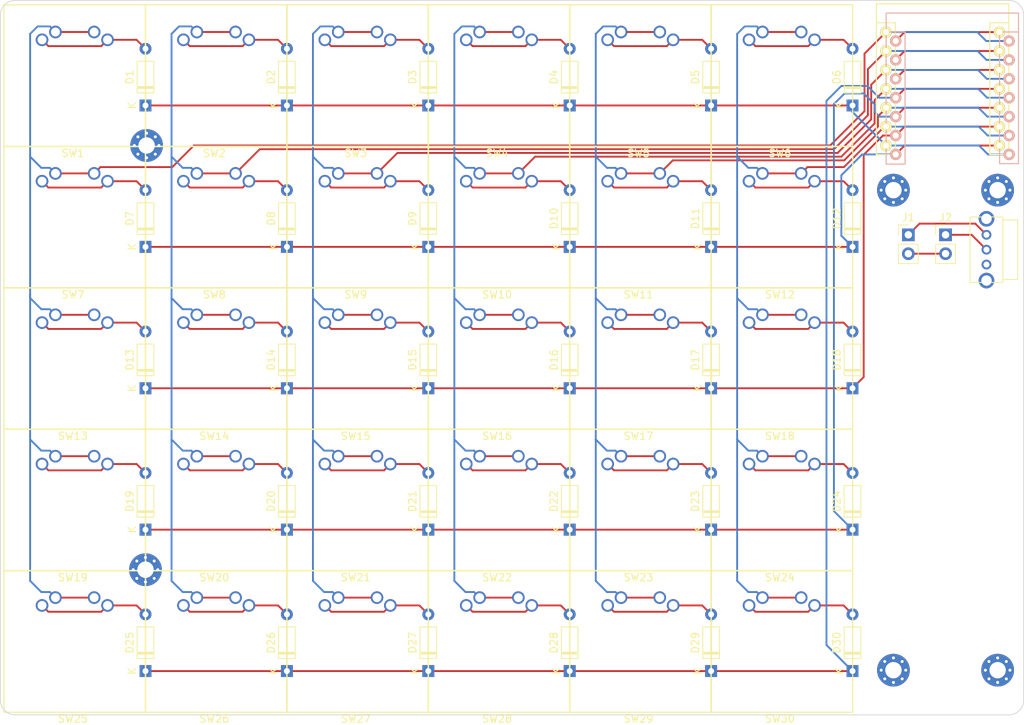
<source format=kicad_pcb>
(kicad_pcb (version 20221018) (generator pcbnew)
  (layers (0 "F.Cu" signal) (31 "B.Cu" signal) (34 "B.Paste" user) (35 "F.Paste" user) (36 "B.SilkS" user "B.Silkscreen") (37 "F.SilkS" user "F.Silkscreen") (38 "B.Mask" user) (39 "F.Mask" user) (44 "Edge.Cuts" user))
  (net 0 "")
  (net 1 "unconnected-(U1-5V-Pad14)")
  (net 2 "Net-(D1-A)")
  (net 3 "COL1")
  (net 4 "COL2")
  (net 5 "COL3")
  (net 6 "COL4")
  (net 7 "COL5")
  (net 8 "COL6")
  (net 9 "ROW1")
  (net 10 "Net-(D2-A)")
  (net 11 "Net-(D3-A)")
  (net 12 "Net-(D4-A)")
  (net 13 "Net-(D5-A)")
  (net 14 "Net-(D6-A)")
  (net 15 "ROW2")
  (net 16 "Net-(D7-A)")
  (net 17 "Net-(D8-A)")
  (net 18 "Net-(D9-A)")
  (net 19 "Net-(D10-A)")
  (net 20 "Net-(D11-A)")
  (net 21 "Net-(D12-A)")
  (net 22 "ROW3")
  (net 23 "Net-(D13-A)")
  (net 24 "Net-(D14-A)")
  (net 25 "Net-(D15-A)")
  (net 26 "Net-(D16-A)")
  (net 27 "Net-(D17-A)")
  (net 28 "Net-(D18-A)")
  (net 29 "ROW4")
  (net 30 "Net-(D19-A)")
  (net 31 "Net-(D20-A)")
  (net 32 "Net-(D21-A)")
  (net 33 "Net-(D22-A)")
  (net 34 "Net-(D23-A)")
  (net 35 "Net-(D24-A)")
  (net 36 "ROW5")
  (net 37 "Net-(D25-A)")
  (net 38 "Net-(D26-A)")
  (net 39 "Net-(D27-A)")
  (net 40 "Net-(D28-A)")
  (net 41 "Net-(D29-A)")
  (net 42 "Net-(D30-A)")
  (net 43 "CHGR+")
  (net 44 "BATT-")
  (net 45 "BATT+")
  (net 46 "VCC")
  (net 47 "GND")
  (footprint "xiao_256:Mount_M2" (layer "F.Cu") (at 154 45.5)
    (fp_text reference "H5" hide)
    (fp_text value "Hole_Pad" hide)
  )
  (footprint "xiao_256:SW_Gateron_LO_PRO_1.00u_NO_LED_REVERSABLE_PCB" (layer "F.Cu") (at 30 87 180)
    (fp_text reference "SW19")
    (fp_text value "GateronLP")
  )
  (footprint "xiao_256:SW_Gateron_LO_PRO_1.00u_NO_LED_REVERSABLE_PCB" (layer "F.Cu") (at 125 87 180)
    (fp_text reference "SW24")
    (fp_text value "GateronLP")
  )
  (footprint "Diode_THT:D_DO-35_SOD27_P7.62mm_Horizontal" (layer "F.Cu") (at 115.5 34.12 90)
    (fp_text reference "D5")
    (fp_text value "D")
  )
  (footprint "xiao_256:SK12D07VG4" (layer "F.Cu") (at 152.5 53.5 90)
    (fp_text reference "U2" hide)
    (fp_text value "SK12D07VG4" hide)
  )
  (footprint "xiao_256:SW_Gateron_LO_PRO_1.00u_NO_LED_REVERSABLE_PCB" (layer "F.Cu") (at 49 87 180)
    (fp_text reference "SW20")
    (fp_text value "GateronLP")
  )
  (footprint "Diode_THT:D_DO-35_SOD27_P7.62mm_Horizontal" (layer "F.Cu") (at 39.5 34.12 90)
    (fp_text reference "D1")
    (fp_text value "D")
  )
  (footprint "Diode_THT:D_DO-35_SOD27_P7.62mm_Horizontal" (layer "F.Cu") (at 96.5 53.12 90)
    (fp_text reference "D10")
    (fp_text value "D")
  )
  (footprint "xiao_256:Mount_M2" (layer "F.Cu") (at 140 110)
    (fp_text reference "H4" hide)
    (fp_text value "Hole_Pad" hide)
  )
  (footprint "Diode_THT:D_DO-35_SOD27_P7.62mm_Horizontal" (layer "F.Cu") (at 134.5 34.12 90)
    (fp_text reference "D6")
    (fp_text value "D")
  )
  (footprint "Diode_THT:D_DO-35_SOD27_P7.62mm_Horizontal" (layer "F.Cu") (at 58.5 53.12 90)
    (fp_text reference "D8")
    (fp_text value "D")
  )
  (footprint "Diode_THT:D_DO-35_SOD27_P7.62mm_Horizontal" (layer "F.Cu") (at 39.5 110.12 90)
    (fp_text reference "D25")
    (fp_text value "D")
  )
  (footprint "Diode_THT:D_DO-35_SOD27_P7.62mm_Horizontal" (layer "F.Cu") (at 39.5 91.12 90)
    (fp_text reference "D19")
    (fp_text value "D")
  )
  (footprint "xiao_256:SW_Gateron_LO_PRO_1.00u_NO_LED_REVERSABLE_PCB" (layer "F.Cu") (at 106 30 180)
    (fp_text reference "SW5")
    (fp_text value "GateronLP")
  )
  (footprint "Diode_THT:D_DO-35_SOD27_P7.62mm_Horizontal" (layer "F.Cu") (at 115.5 110.12 90)
    (fp_text reference "D29")
    (fp_text value "D")
  )
  (footprint "Diode_THT:D_DO-35_SOD27_P7.62mm_Horizontal" (layer "F.Cu") (at 134.5 53.12 90)
    (fp_text reference "D12")
    (fp_text value "D")
  )
  (footprint "xiao_256:SW_Gateron_LO_PRO_1.00u_NO_LED_REVERSABLE_PCB" (layer "F.Cu") (at 106 106 180)
    (fp_text reference "SW29")
    (fp_text value "GateronLP")
  )
  (footprint "Diode_THT:D_DO-35_SOD27_P7.62mm_Horizontal" (layer "F.Cu") (at 96.5 34.12 90)
    (fp_text reference "D4")
    (fp_text value "D")
  )
  (footprint "xiao_256:Mount_M2" (layer "F.Cu") (at 140 45.5)
    (fp_text reference "H3" hide)
    (fp_text value "Hole_Pad" hide)
  )
  (footprint "Diode_THT:D_DO-35_SOD27_P7.62mm_Horizontal" (layer "F.Cu") (at 77.5 53.12 90)
    (fp_text reference "D9")
    (fp_text value "D")
  )
  (footprint "Diode_THT:D_DO-35_SOD27_P7.62mm_Horizontal" (layer "F.Cu") (at 39.5 53.12 90)
    (fp_text reference "D7")
    (fp_text value "D")
  )
  (footprint "Diode_THT:D_DO-35_SOD27_P7.62mm_Horizontal" (layer "F.Cu") (at 77.5 72.12 90)
    (fp_text reference "D15")
    (fp_text value "D")
  )
  (footprint "xiao_256:SW_Gateron_LO_PRO_1.00u_NO_LED_REVERSABLE_PCB" (layer "F.Cu") (at 49 49 180)
    (fp_text reference "SW8")
    (fp_text value "GateronLP")
  )
  (footprint "Diode_THT:D_DO-35_SOD27_P7.62mm_Horizontal" (layer "F.Cu") (at 96.5 72.12 90)
    (fp_text reference "D16")
    (fp_text value "D")
  )
  (footprint "xiao_256:SW_Gateron_LO_PRO_1.00u_NO_LED_REVERSABLE_PCB" (layer "F.Cu") (at 68 30 180)
    (fp_text reference "SW3")
    (fp_text value "GateronLP")
  )
  (footprint "xiao_256:SW_Gateron_LO_PRO_1.00u_NO_LED_REVERSABLE_PCB" (layer "F.Cu") (at 49 68 180)
    (fp_text reference "SW14")
    (fp_text value "GateronLP")
  )
  (footprint "Diode_THT:D_DO-35_SOD27_P7.62mm_Horizontal" (layer "F.Cu") (at 77.5 91.12 90)
    (fp_text reference "D21")
    (fp_text value "D")
  )
  (footprint "Diode_THT:D_DO-35_SOD27_P7.62mm_Horizontal" (layer "F.Cu") (at 39.5 72.12 90)
    (fp_text reference "D13")
    (fp_text value "D")
  )
  (footprint "Diode_THT:D_DO-35_SOD27_P7.62mm_Horizontal" (layer "F.Cu") (at 58.5 34.12 90)
    (fp_text reference "D2")
    (fp_text value "D")
  )
  (footprint "Diode_THT:D_DO-35_SOD27_P7.62mm_Horizontal" (layer "F.Cu") (at 115.5 91.12 90)
    (fp_text reference "D23")
    (fp_text value "D")
  )
  (footprint "Diode_THT:D_DO-35_SOD27_P7.62mm_Horizontal" (layer "F.Cu") (at 96.5 91.12 90)
    (fp_text reference "D22")
    (fp_text value "D")
  )
  (footprint "Diode_THT:D_DO-35_SOD27_P7.62mm_Horizontal" (layer "F.Cu") (at 115.5 72.12 90)
    (fp_text reference "D17")
    (fp_text value "D")
  )
  (footprint "xiao_256:SW_Gateron_LO_PRO_1.00u_NO_LED_REVERSABLE_PCB" (layer "F.Cu") (at 125 49 180)
    (fp_text reference "SW12")
    (fp_text value "GateronLP")
  )
  (footprint "xiao_256:SW_Gateron_LO_PRO_1.00u_NO_LED_REVERSABLE_PCB" (layer "F.Cu") (at 106 49 180)
    (fp_text reference "SW11")
    (fp_text value "GateronLP")
  )
  (footprint "Diode_THT:D_DO-35_SOD27_P7.62mm_Horizontal" (layer "F.Cu") (at 58.5 72.12 90)
    (fp_text reference "D14")
    (fp_text value "D")
  )
  (footprint "xiao_256:SW_Gateron_LO_PRO_1.00u_NO_LED_REVERSABLE_PCB" (layer "F.Cu") (at 68 106 180)
    (fp_text reference "SW27")
    (fp_text value "GateronLP")
  )
  (footprint "xiao_256:SW_Gateron_LO_PRO_1.00u_NO_LED_REVERSABLE_PCB" (layer "F.Cu") (at 125 68 180)
    (fp_text reference "SW18")
    (fp_text value "GateronLP")
  )
  (footprint "xiao_256:SW_Gateron_LO_PRO_1.00u_NO_LED_REVERSABLE_PCB" (layer "F.Cu") (at 49 30 180)
    (fp_text reference "SW2")
    (fp_text value "GateronLP")
  )
  (footprint "xiao_256:Seeed Xiao flip" (layer "F.Cu") (at 137.73 20.454255)
    (fp_text reference "U1" hide)
    (fp_text value "Seeed XIAO" hide)
  )
  (footprint "xiao_256:SW_Gateron_LO_PRO_1.00u_NO_LED_REVERSABLE_PCB" (layer "F.Cu") (at 68 87 180)
    (fp_text reference "SW21")
    (fp_text value "GateronLP")
  )
  (footprint "xiao_256:SW_Gateron_LO_PRO_1.00u_NO_LED_REVERSABLE_PCB" (layer "F.Cu") (at 87 30 180)
    (fp_text reference "SW4")
    (fp_text value "GateronLP")
  )
  (footprint "Diode_THT:D_DO-35_SOD27_P7.62mm_Horizontal" (layer "F.Cu") (at 134.5 72.12 90)
    (fp_text reference "D18")
    (fp_text value "D")
  )
  (footprint "Connector_PinHeader_2.54mm:PinHeader_1x02_P2.54mm_Vertical" (layer "F.Cu") (at 147 51.5)
    (fp_text reference "J2")
    (fp_text value "Conn_01x02_Pin")
  )
  (footprint "xiao_256:SW_Gateron_LO_PRO_1.00u_NO_LED_REVERSABLE_PCB" (layer "F.Cu") (at 30 68 180)
    (fp_text reference "SW13")
    (fp_text value "GateronLP")
  )
  (footprint "xiao_256:SW_Gateron_LO_PRO_1.00u_NO_LED_REVERSABLE_PCB" (layer "F.Cu") (at 87 87 180)
    (fp_text reference "SW22")
    (fp_text value "GateronLP")
  )
  (footprint "Diode_THT:D_DO-35_SOD27_P7.62mm_Horizontal" (layer "F.Cu") (at 134.5 110.12 90)
    (fp_text reference "D30")
    (fp_text value "D")
  )
  (footprint "xiao_256:SW_Gateron_LO_PRO_1.00u_NO_LED_REVERSABLE_PCB" (layer "F.Cu") (at 49 106 180)
    (fp_text reference "SW26")
    (fp_text value "GateronLP")
  )
  (footprint "xiao_256:SW_Gateron_LO_PRO_1.00u_NO_LED_REVERSABLE_PCB" (layer "F.Cu") (at 30 30 180)
    (fp_text reference "SW1")
    (fp_text value "GateronLP")
  )
  (footprint "xiao_256:SW_Gateron_LO_PRO_1.00u_NO_LED_REVERSABLE_PCB" (layer "F.Cu") (at 68 68 180)
    (fp_text reference "SW15")
    (fp_text value "GateronLP")
  )
  (footprint "Diode_THT:D_DO-35_SOD27_P7.62mm_Horizontal" (layer "F.Cu") (at 58.5 110.12 90)
    (fp_text reference "D26")
    (fp_text value "D")
  )
  (footprint "xiao_256:SW_Gateron_LO_PRO_1.00u_NO_LED_REVERSABLE_PCB" (layer "F.Cu") (at 30 49 180)
    (fp_text reference "SW7")
    (fp_text value "GateronLP")
  )
  (footprint "Diode_THT:D_DO-35_SOD27_P7.62mm_Horizontal" (layer "F.Cu") (at 96.5 110.12 90)
    (fp_text reference "D28")
    (fp_text value "D")
  )
  (footprint "xiao_256:SW_Gateron_LO_PRO_1.00u_NO_LED_REVERSABLE_PCB" (layer "F.Cu") (at 87 106 180)
    (fp_text reference "SW28")
    (fp_text value "GateronLP")
  )
  (footprint "Diode_THT:D_DO-35_SOD27_P7.62mm_Horizontal" (layer "F.Cu") (at 58.5 91.12 90)
    (fp_text reference "D20")
    (fp_text value "D")
  )
  (footprint "xiao_256:SW_Gateron_LO_PRO_1.00u_NO_LED_REVERSABLE_PCB" (layer "F.Cu") (at 68 49 180)
    (fp_text reference "SW9")
    (fp_text value "GateronLP")
  )
  (footprint "Connector_PinHeader_2.54mm:PinHeader_1x02_P2.54mm_Vertical" (layer "F.Cu") (at 142 51.5)
    (fp_text reference "J1")
    (fp_text value "Conn_01x02_Pin")
  )
  (footprint "xiao_256:SW_Gateron_LO_PRO_1.00u_NO_LED_REVERSABLE_PCB" (layer "F.Cu") (at 125 106 180)
    (fp_text reference "SW30")
    (fp_text value "GateronLP")
  )
  (footprint "xiao_256:SW_Gateron_LO_PRO_1.00u_NO_LED_REVERSABLE_PCB" (layer "F.Cu") (at 106 87 180)
    (fp_text reference "SW23")
    (fp_text value "GateronLP")
  )
  (footprint "xiao_256:SW_Gateron_LO_PRO_1.00u_NO_LED_REVERSABLE_PCB" (layer "F.Cu") (at 125 30 180)
    (fp_text reference "SW6")
    (fp_text value "GateronLP")
  )
  (footprint "xiao_256:SW_Gateron_LO_PRO_1.00u_NO_LED_REVERSABLE_PCB" (layer "F.Cu") (at 106 68 180)
    (fp_text reference "SW17")
    (fp_text value "GateronLP")
  )
  (footprint "Diode_THT:D_DO-35_SOD27_P7.62mm_Horizontal" (layer "F.Cu") (at 77.5 110.12 90)
    (fp_text reference "D27")
    (fp_text value "D")
  )
  (footprint "xiao_256:Mount_M2" (layer "F.Cu") (at 39.65 39.5)
    (fp_text reference "H1" hide)
    (fp_text value "Hole_Pad" hide)
  )
  (footprint "xiao_256:Mount_M2" (layer "F.Cu") (at 39.5 96.5)
    (fp_text reference "H2" hide)
    (fp_text value "Hole_Pad" hide)
  )
  (footprint "xiao_256:SW_Gateron_LO_PRO_1.00u_NO_LED_REVERSABLE_PCB" (layer "F.Cu") (at 30 106 180)
    (fp_text reference "SW25")
    (fp_text value "GateronLP")
  )
  (footprint "Diode_THT:D_DO-35_SOD27_P7.62mm_Horizontal" (layer "F.Cu") (at 115.5 53.12 90)
    (fp_text reference "D11")
    (fp_text value "D")
  )
  (footprint "xiao_256:SW_Gateron_LO_PRO_1.00u_NO_LED_REVERSABLE_PCB" (layer "F.Cu") (at 87 49 180)
    (fp_text reference "SW10")
    (fp_text value "GateronLP")
  )
  (footprint "xiao_256:Mount_M2" (layer "F.Cu") (at 154 110)
    (fp_text reference "H6" hide)
    (fp_text value "Hole_Pad" hide)
  )
  (footprint "Diode_THT:D_DO-35_SOD27_P7.62mm_Horizontal" (layer "F.Cu") (at 77.5 34.12 90)
    (fp_text reference "D3")
    (fp_text value "D")
  )
  (footprint "Diode_THT:D_DO-35_SOD27_P7.62mm_Horizontal" (layer "F.Cu") (at 134.5 91.12 90)
    (fp_text reference "D24")
    (fp_text value "D")
  )
  (footprint "xiao_256:SW_Gateron_LO_PRO_1.00u_NO_LED_REVERSABLE_PCB" (layer "F.Cu") (at 87 68 180)
    (fp_text reference "SW16")
    (fp_text value "GateronLP")
  )
  (gr_arc (start 157.5 114) (mid 156.914214 115.414214) (end 155.5 116) (stroke (width 0.1)) (layer "Edge.Cuts"))
  (gr_line (start 155.5 116) (end 22 116) (stroke (width 0.1)) (layer "Edge.Cuts"))
  (gr_line (start 157.5 22) (end 157.5 114) (stroke (width 0.1)) (layer "Edge.Cuts"))
  (gr_line (start 20 114) (end 20 22) (stroke (width 0.1)) (layer "Edge.Cuts"))
  (gr_arc (start 155.5 20) (mid 156.914214 20.585786) (end 157.5 22) (stroke (width 0.1)) (layer "Edge.Cuts"))
  (gr_arc (start 22 116) (mid 20.585786 115.414214) (end 20 114) (stroke (width 0.1)) (layer "Edge.Cuts"))
  (gr_arc (start 20 22) (mid 20.585786 20.585786) (end 22 20) (stroke (width 0.1)) (layer "Edge.Cuts"))
  (gr_line (start 22 20) (end 155.5 20) (stroke (width 0.1)) (layer "Edge.Cuts"))
  (segment (start 154.24 24.264255) (end 141.49456 24.264255) (width 0.25) (layer "F.Cu") (net 1))
  (segment (start 141.49456 24.264255) (end 140.298815 25.46) (width 0.25) (layer "F.Cu") (net 1))
  (segment (start 25.6 25.3) (end 26.45 26.15) (width 0.25) (layer "F.Cu") (net 2))
  (segment (start 38.3 25.3) (end 39.5 26.5) (width 0.25) (layer "F.Cu") (net 2))
  (segment (start 34.4 25.3) (end 38.3 25.3) (width 0.25) (layer "F.Cu") (net 2))
  (segment (start 26.45 26.15) (end 33.55 26.15) (width 0.25) (layer "F.Cu") (net 2))
  (segment (start 33.55 26.15) (end 34.4 25.3) (width 0.25) (layer "F.Cu") (net 2))
  (segment (start 33.45 42.4) (end 43.1 42.4) (width 0.25) (layer "F.Cu") (net 3))
  (segment (start 32.6 43.25) (end 33.45 42.4) (width 0.25) (layer "F.Cu") (net 3))
  (segment (start 27.4 100.25) (end 32.6 100.25) (width 0.25) (layer "F.Cu") (net 3))
  (segment (start 27.4 24.25) (end 32.6 24.25) (width 0.25) (layer "F.Cu") (net 3))
  (segment (start 27.4 81.25) (end 32.6 81.25) (width 0.25) (layer "F.Cu") (net 3))
  (segment (start 136.113 34.887) (end 136.113 27.151255) (width 0.25) (layer "F.Cu") (net 3))
  (segment (start 27.4 62.25) (end 32.6 62.25) (width 0.25) (layer "F.Cu") (net 3))
  (segment (start 136.113 27.151255) (end 139 24.264255) (width 0.25) (layer "F.Cu") (net 3))
  (segment (start 27.4 43.25) (end 32.6 43.25) (width 0.25) (layer "F.Cu") (net 3))
  (segment (start 43.1 42.4) (end 46 39.5) (width 0.25) (layer "F.Cu") (net 3))
  (segment (start 46 39.5) (end 131.5 39.5) (width 0.25) (layer "F.Cu") (net 3))
  (segment (start 131.5 39.5) (end 136.113 34.887) (width 0.25) (layer "F.Cu") (net 3))
  (segment (start 139 24.264255) (end 151.264255 24.264255) (width 0.25) (layer "B.Cu") (net 3))
  (segment (start 25.5 61.5) (end 24 60) (width 0.25) (layer "B.Cu") (net 3))
  (segment (start 25 23.5) (end 24 24.5) (width 0.25) (layer "B.Cu") (net 3))
  (segment (start 26.65 61.5) (end 25.5 61.5) (width 0.25) (layer "B.Cu") (net 3))
  (segment (start 27.4 62.25) (end 26.65 61.5) (width 0.25) (layer "B.Cu") (net 3))
  (segment (start 24 41) (end 24 79) (width 0.25) (layer "B.Cu") (net 3))
  (segment (start 152.46 25.46) (end 155.538815 25.46) (width 0.25) (layer "B.Cu") (net 3))
  (segment (start 24 60) (end 24 59.5) (width 0.25) (layer "B.Cu") (net 3))
  (segment (start 26.65 23.5) (end 25 23.5) (width 0.25) (layer "B.Cu") (net 3))
  (segment (start 27.4 43.25) (end 26.65 42.5) (width 0.25) (layer "B.Cu") (net 3))
  (segment (start 24 24.5) (end 24 41) (width 0.25) (layer "B.Cu") (net 3))
  (segment (start 26.65 42.5) (end 25.5 42.5) (width 0.25) (layer "B.Cu") (net 3))
  (segment (start 25.5 99.5) (end 26.65 99.5) (width 0.25) (layer "B.Cu") (net 3))
  (segment (start 27.4 24.25) (end 26.65 23.5) (width 0.25) (layer "B.Cu") (net 3))
  (segment (start 151.264255 24.264255) (end 152.46 25.46) (width 0.25) (layer "B.Cu") (net 3))
  (segment (start 27.4 81.25) (end 26.65 80.5) (width 0.25) (layer "B.Cu") (net 3))
  (segment (start 25.5 42.5) (end 24 41) (width 0.25) (layer "B.Cu") (net 3))
  (segment (start 26.65 99.5) (end 27.4 100.25) (width 0.25) (layer "B.Cu") (net 3))
  (segment (start 25.5 80.5) (end 24 79) (width 0.25) (layer "B.Cu") (net 3))
  (segment (start 24 79) (end 24 98) (width 0.25) (layer "B.Cu") (net 3))
  (segment (start 26.65 80.5) (end 25.5 80.5) (width 0.25) (layer "B.Cu") (net 3))
  (segment (start 24 98) (end 25.5 99.5) (width 0.25) (layer "B.Cu") (net 3))
  (segment (start 46.4 24.25) (end 51.6 24.25) (width 0.25) (layer "F.Cu") (net 4))
  (segment (start 46.4 43.25) (end 51.6 43.25) (width 0.25) (layer "F.Cu") (net 4))
  (segment (start 51.6 43.25) (end 54.85 40) (width 0.25) (layer "F.Cu") (net 4))
  (segment (start 46.4 100.25) (end 51.6 100.25) (width 0.25) (layer "F.Cu") (net 4))
  (segment (start 136.563 29.241255) (end 139 26.804255) (width 0.25) (layer "F.Cu") (net 4))
  (segment (start 46.4 62.25) (end 51.6 62.25) (width 0.25) (layer "F.Cu") (net 4))
  (segment (start 54.85 40) (end 132 40) (width 0.25) (layer "F.Cu") (net 4))
  (segment (start 136.563 35.437) (end 136.563 29.241255) (width 0.25) (layer "F.Cu") (net 4))
  (segment (start 46.4 81.25) (end 51.6 81.25) (width 0.25) (layer "F.Cu") (net 4))
  (segment (start 132 40) (end 136.563 35.437) (width 0.25) (layer "F.Cu") (net 4))
  (segment (start 45.65 23.5) (end 44 23.5) (width 0.25) (layer "B.Cu") (net 4))
  (segment (start 46.4 24.25) (end 45.65 23.5) (width 0.25) (layer "B.Cu") (net 4))
  (segment (start 43 79) (end 43 98) (width 0.25) (layer "B.Cu") (net 4))
  (segment (start 43 41) (end 43 60) (width 0.25) (layer "B.Cu") (net 4))
  (segment (start 151.304255 26.804255) (end 152.5 28) (width 0.25) (layer "B.Cu") (net 4))
  (segment (start 44 23.5) (end 43 24.5) (width 0.25) (layer "B.Cu") (net 4))
  (segment (start 43 24.5) (end 43 41) (width 0.25) (layer "B.Cu") (net 4))
  (segment (start 44.5 42.5) (end 43 41) (width 0.25) (layer "B.Cu") (net 4))
  (segment (start 43 98) (end 44.5 99.5) (width 0.25) (layer "B.Cu") (net 4))
  (segment (start 139 26.804255) (end 151.304255 26.804255) (width 0.25) (layer "B.Cu") (net 4))
  (segment (start 43 60) (end 43 79) (width 0.25) (layer "B.Cu") (net 4))
  (segment (start 45.65 80.5) (end 44.5 80.5) (width 0.25) (layer "B.Cu") (net 4))
  (segment (start 45.65 61.5) (end 44.5 61.5) (width 0.25) (layer "B.Cu") (net 4))
  (segment (start 44.5 99.5) (end 45.65 99.5) (width 0.25) (layer "B.Cu") (net 4))
  (segment (start 44.5 80.5) (end 43 79) (width 0.25) (layer "B.Cu") (net 4))
  (segment (start 44.5 61.5) (end 43 60) (width 0.25) (layer "B.Cu") (net 4))
  (segment (start 45.65 99.5) (end 46.4 100.25) (width 0.25) (layer "B.Cu") (net 4))
  (segment (start 46.4 43.25) (end 45.65 42.5) (width 0.25) (layer "B.Cu") (net 4))
  (segment (start 152.5 28) (end 155.538815 28) (width 0.25) (layer "B.Cu") (net 4))
  (segment (start 46.4 81.25) (end 45.65 80.5) (width 0.25) (layer "B.Cu") (net 4))
  (segment (start 45.65 42.5) (end 44.5 42.5) (width 0.25) (layer "B.Cu") (net 4))
  (segment (start 46.4 62.25) (end 45.65 61.5) (width 0.25) (layer "B.Cu") (net 4))
  (segment (start 132.5 40.5) (end 137.013 35.987) (width 0.25) (layer "F.Cu") (net 5))
  (segment (start 65.4 24.25) (end 70.6 24.25) (width 0.25) (layer "F.Cu") (net 5))
  (segment (start 65.4 62.25) (end 70.6 62.25) (width 0.25) (layer "F.Cu") (net 5))
  (segment (start 137.013 31.331255) (end 139 29.344255) (width 0.25) (layer "F.Cu") (net 5))
  (segment (start 65.4 43.25) (end 70.6 43.25) (width 0.25) (layer "F.Cu") (net 5))
  (segment (start 65.4 100.25) (end 70.6 100.25) (width 0.25) (layer "F.Cu") (net 5))
  (segment (start 137.013 35.987) (end 137.013 31.331255) (width 0.25) (layer "F.Cu") (net 5))
  (segment (start 65.4 81.25) (end 70.6 81.25) (width 0.25) (layer "F.Cu") (net 5))
  (segment (start 70.6 43.25) (end 73.35 40.5) (width 0.25) (layer "F.Cu") (net 5))
  (segment (start 73.35 40.5) (end 132.5 40.5) (width 0.25) (layer "F.Cu") (net 5))
  (segment (start 65.4 62.25) (end 64.65 61.5) (width 0.25) (layer "B.Cu") (net 5))
  (segment (start 65.4 81.25) (end 64.65 80.5) (width 0.25) (layer "B.Cu") (net 5))
  (segment (start 65.4 24.25) (end 64.65 23.5) (width 0.25) (layer "B.Cu") (net 5))
  (segment (start 63.5 80.5) (end 62 79) (width 0.25) (layer "B.Cu") (net 5))
  (segment (start 64.65 42.5) (end 63.5 42.5) (width 0.25) (layer "B.Cu") (net 5))
  (segment (start 62 98) (end 63.5 99.5) (width 0.25) (layer "B.Cu") (net 5))
  (segment (start 63.5 61.5) (end 62 60) (width 0.25) (layer "B.Cu") (net 5))
  (segment (start 64.65 80.5) (end 63.5 80.5) (width 0.25) (layer "B.Cu") (net 5))
  (segment (start 151.344255 29.344255) (end 152.54 30.54) (width 0.25) (layer "B.Cu") (net 5))
  (segment (start 64.65 61.5) (end 63.5 61.5) (width 0.25) (layer "B.Cu") (net 5))
  (segment (start 139 29.344255) (end 151.344255 29.344255) (width 0.25) (layer "B.Cu") (net 5))
  (segment (start 63.5 42.5) (end 62 41) (width 0.25) (layer "B.Cu") (net 5))
  (segment (start 62 24.5) (end 62 98) (width 0.25) (layer "B.Cu") (net 5))
  (segment (start 64.65 23.5) (end 63 23.5) (width 0.25) (layer "B.Cu") (net 5))
  (segment (start 65.4 43.25) (end 64.65 42.5) (width 0.25) (layer "B.Cu") (net 5))
  (segment (start 63.5 99.5) (end 64.65 99.5) (width 0.25) (layer "B.Cu") (net 5))
  (segment (start 152.54 30.54) (end 155.538815 30.54) (width 0.25) (layer "B.Cu") (net 5))
  (segment (start 64.65 99.5) (end 65.4 100.25) (width 0.25) (layer "B.Cu") (net 5))
  (segment (start 63 23.5) (end 62 24.5) (width 0.25) (layer "B.Cu") (net 5))
  (segment (start 91.85 41) (end 133 41) (width 0.25) (layer "F.Cu") (net 6))
  (segment (start 137.463 33.421255) (end 139 31.884255) (width 0.25) (layer "F.Cu") (net 6))
  (segment (start 89.6 43.25) (end 91.85 41) (width 0.25) (layer "F.Cu") (net 6))
  (segment (start 84.4 81.25) (end 89.6 81.25) (width 0.25) (layer "F.Cu") (net 6))
  (segment (start 84.4 100.25) (end 89.6 100.25) (width 0.25) (layer "F.Cu") (net 6))
  (segment (start 84.4 43.25) (end 89.6 43.25) (width 0.25) (layer "F.Cu") (net 6))
  (segment (start 84.4 24.25) (end 89.6 24.25) (width 0.25) (layer "F.Cu") (net 6))
  (segment (start 137.463 36.537) (end 137.463 33.421255) (width 0.25) (layer "F.Cu") (net 6))
  (segment (start 84.4 62.25) (end 89.6 62.25) (width 0.25) (layer "F.Cu") (net 6))
  (segment (start 133 41) (end 137.463 36.537) (width 0.25) (layer "F.Cu") (net 6))
  (segment (start 82.5 99.5) (end 83.65 99.5) (width 0.25) (layer "B.Cu") (net 6))
  (segment (start 83.65 61.5) (end 82.5 61.5) (width 0.25) (layer "B.Cu") (net 6))
  (segment (start 151.384255 31.884255) (end 152.58 33.08) (width 0.25) (layer "B.Cu") (net 6))
  (segment (start 81 98) (end 82.5 99.5) (width 0.25) (layer "B.Cu") (net 6))
  (segment (start 83.65 99.5) (end 84.4 100.25) (width 0.25) (layer "B.Cu") (net 6))
  (segment (start 83.65 23.5) (end 82 23.5) (width 0.25) (layer "B.Cu") (net 6))
  (segment (start 82.5 80.5) (end 81 79) (width 0.25) (layer "B.Cu") (net 6))
  (segment (start 82.5 61.5) (end 81 60) (width 0.25) (layer "B.Cu") (net 6))
  (segment (start 81 24.5) (end 81 41) (width 0.25) (layer "B.Cu") (net 6))
  (segment (start 81 41) (end 81 60) (width 0.25) (layer "B.Cu") (net 6))
  (segment (start 139 31.884255) (end 151.384255 31.884255) (width 0.25) (layer "B.Cu") (net 6))
  (segment (start 84.4 81.25) (end 83.65 80.5) (width 0.25) (layer "B.Cu") (net 6))
  (segment (start 83.65 80.5) (end 82.5 80.5) (width 0.25) (layer "B.Cu") (net 6))
  (segment (start 82 23.5) (end 81 24.5) (width 0.25) (layer "B.Cu") (net 6))
  (segment (start 152.58 33.08) (end 155.538815 33.08) (width 0.25) (layer "B.Cu") (net 6))
  (segment (start 84.4 62.25) (end 83.65 61.5) (width 0.25) (layer "B.Cu") (net 6))
  (segment (start 84.4 24.25) (end 83.65 23.5) (width 0.25) (layer "B.Cu") (net 6))
  (segment (start 81 60) (end 81 79) (width 0.25) (layer "B.Cu") (net 6))
  (segment (start 83.65 42.5) (end 82.5 42.5) (width 0.25) (layer "B.Cu") (net 6))
  (segment (start 82.5 42.5) (end 81 41) (width 0.25) (layer "B.Cu") (net 6))
  (segment (start 81 79) (end 81 98) (width 0.25) (layer "B.Cu") (net 6))
  (segment (start 84.4 43.25) (end 83.65 42.5) (width 0.25) (layer "B.Cu") (net 6))
  (segment (start 110.35 41.5) (end 133.375 41.5) (width 0.25) (layer "F.Cu") (net 7))
  (segment (start 139 34.5) (end 139 34.424255) (width 0.25) (layer "F.Cu") (net 7))
  (segment (start 137.913 36.962) (end 137.913 35.587) (width 0.25) (layer "F.Cu") (net 7))
  (segment (start 103.4 100.25) (end 108.6 100.25) (width 0.25) (layer "F.Cu") (net 7))
  (segment (start 133.375 41.5) (end 137.913 36.962) (width 0.25) (layer "F.Cu") (net 7))
  (segment (start 103.4 81.25) (end 108.6 81.25) (width 0.25) (layer "F.Cu") (net 7))
  (segment (start 103.4 24.25) (end 108.6 24.25) (width 0.25) (layer "F.Cu") (net 7))
  (segment (start 137.913 35.587) (end 139 34.5) (width 0.25) (layer "F.Cu") (net 7))
  (segment (start 103.4 62.25) (end 108.6 62.25) (width 0.25) (layer "F.Cu") (net 7))
  (segment (start 103.4 43.25) (end 108.6 43.25) (width 0.25) (layer "F.Cu") (net 7))
  (segment (start 108.6 43.25) (end 110.35 41.5) (width 0.25) (layer "F.Cu") (net 7))
  (segment (start 101.5 61.5) (end 100 60) (width 0.25) (layer "B.Cu") (net 7))
  (segment (start 103.4 24.25) (end 102.65 23.5) (width 0.25) (layer "B.Cu") (net 7))
  (segment (start 102.65 61.5) (end 101.5 61.5) (width 0.25) (layer "B.Cu") (net 7))
  (segment (start 139 34.424255) (end 151.424255 34.424255) (width 0.25) (layer "B.Cu") (net 7))
  (segment (start 100 41) (end 100 60) (width 0.25) (layer "B.Cu") (net 7))
  (segment (start 102.65 80.5) (end 101.5 80.5) (width 0.25) (layer "B.Cu") (net 7))
  (segment (start 102.65 99.5) (end 103.4 100.25) (width 0.25) (layer "B.Cu") (net 7))
  (segment (start 101.5 99.5) (end 102.65 99.5) (width 0.25) (layer "B.Cu") (net 7))
  (segment (start 102.65 23.5) (end 101 23.5) (width 0.25) (layer "B.Cu") (net 7))
  (segment (start 100 98) (end 101.5 99.5) (width 0.25) (layer "B.Cu") (net 7))
  (segment (start 101.5 80.5) (end 100 79) (width 0.25) (layer "B.Cu") (net 7))
  (segment (start 101 23.5) (end 100 24.5) (width 0.25) (layer "B.Cu") (net 7))
  (segment (start 103.4 81.25) (end 102.65 80.5) (width 0.25) (layer "B.Cu") (net 7))
  (segment (start 102.65 42.5) (end 101.5 42.5) (width 0.25) (layer "B.Cu") (net 7))
  (segment (start 103.4 62.25) (end 102.65 61.5) (width 0.25) (layer "B.Cu") (net 7))
  (segment (start 103.4 43.25) (end 102.65 42.5) (width 0.25) (layer "B.Cu") (net 7))
  (segment (start 151.424255 34.424255) (end 152.62 35.62) (width 0.25) (layer "B.Cu") (net 7))
  (segment (start 100 79) (end 100 98) (width 0.25) (layer "B.Cu") (net 7))
  (segment (start 152.62 35.62) (end 155.538815 35.62) (width 0.25) (layer "B.Cu") (net 7))
  (segment (start 100 60) (end 100 79) (width 0.25) (layer "B.Cu") (net 7))
  (segment (start 101.5 42.5) (end 100 41) (width 0.25) (layer "B.Cu") (net 7))
  (segment (start 100 24.5) (end 100 41) (width 0.25) (layer "B.Cu") (net 7))
  (segment (start 127.6 43.25) (end 128.45 42.4) (width 0.25) (layer "F.Cu") (net 8))
  (segment (start 122.4 24.25) (end 127.6 24.25) (width 0.25) (layer "F.Cu") (net 8))
  (segment (start 122.4 62.25) (end 127.6 62.25) (width 0.25) (layer "F.Cu") (net 8))
  (segment (start 128.45 42.4) (end 133.35 42.4) (width 0.25) (layer "F.Cu") (net 8))
  (segment (start 122.4 81.25) (end 127.6 81.25) (width 0.25) (layer "F.Cu") (net 8))
  (segment (start 138.785745 36.964255) (end 139 36.964255) (width 0.25) (layer "F.Cu") (net 8))
  (segment (start 133.35 42.4) (end 138.785745 36.964255) (width 0.25) (layer "F.Cu") (net 8))
  (segment (start 122.4 43.25) (end 127.6 43.25) (width 0.25) (layer "F.Cu") (net 8))
  (segment (start 122.4 100.25) (end 127.6 100.25) (width 0.25) (layer "F.Cu") (net 8))
  (segment (start 122.4 62.25) (end 121.65 61.5) (width 0.25) (layer "B.Cu") (net 8))
  (segment (start 119 24.5) (end 119 60) (width 0.25) (layer "B.Cu") (net 8))
  (segment (start 119 98) (end 120.5 99.5) (width 0.25) (layer "B.Cu") (net 8))
  (segment (start 121.65 99.5) (end 122.4 100.25) (width 0.25) (layer "B.Cu") (net 8))
  (segment (start 122.4 81.25) (end 121.65 80.5) (width 0.25) (layer "B.Cu") (net 8))
  (segment (start 122.4 24.25) (end 121.65 23.5) (width 0.25) (layer "B.Cu") (net 8))
  (segment (start 121.65 61.5) (end 120.5 61.5) (width 0.25) (layer "B.Cu") (net 8))
  (segment (start 120.5 80.5) (end 119 79) (width 0.25) (layer "B.Cu") (net 8))
  (segment (start 121.65 42.5) (end 120.5 42.5) (width 0.25) (layer "B.Cu") (net 8))
  (segment (start 122.4 43.25) (end 121.65 42.5) (width 0.25) (layer "B.Cu") (net 8))
  (segment (start 119 79) (end 119 98) (width 0.25) (layer "B.Cu") (net 8))
  (segment (start 121.65 23.5) (end 120 23.5) (width 0.25) (layer "B.Cu") (net 8))
  (segment (start 120.5 61.5) (end 119 60) (width 0.25) (layer "B.Cu") (net 8))
  (segment (start 120 23.5) (end 119 24.5) (width 0.25) (layer "B.Cu") (net 8))
  (segment (start 152.66 38.16) (end 155.538815 38.16) (width 0.25) (layer "B.Cu") (net 8))
  (segment (start 120.5 99.5) (end 121.65 99.5) (width 0.25) (layer "B.Cu") (net 8))
  (segment (start 119 60) (end 119 79) (width 0.25) (layer "B.Cu") (net 8))
  (segment (start 139 36.964255) (end 151.464255 36.964255) (width 0.25) (layer "B.Cu") (net 8))
  (segment (start 121.65 80.5) (end 120.5 80.5) (width 0.25) (layer "B.Cu") (net 8))
  (segment (start 151.464255 36.964255) (end 152.66 38.16) (width 0.25) (layer "B.Cu") (net 8))
  (segment (start 120.5 42.5) (end 119 41) (width 0.25) (layer "B.Cu") (net 8))
  (segment (start 39.5 34.12) (end 58.5 34.12) (width 0.25) (layer "F.Cu") (net 9))
  (segment (start 77.5 34.12) (end 96.5 34.12) (width 0.25) (layer "F.Cu") (net 9))
  (segment (start 115.5 34.12) (end 134.5 34.12) (width 0.25) (layer "F.Cu") (net 9))
  (segment (start 96.5 34.12) (end 115.5 34.12) (width 0.25) (layer "F.Cu") (net 9))
  (segment (start 58.5 34.12) (end 77.5 34.12) (width 0.25) (layer "F.Cu") (net 9))
  (segment (start 139 39.5) (end 139 39.504255) (width 0.25) (layer "B.Cu") (net 9))
  (segment (start 152.7 40.7) (end 155.538815 40.7) (width 0.25) (layer "B.Cu") (net 9))
  (segment (start 139 39.504255) (end 143.180321 39.504255) (width 0.25) (layer "B.Cu") (net 9))
  (segment (start 151.5 39.5) (end 152.7 40.7) (width 0.25) (layer "B.Cu") (net 9))
  (segment (start 143.184576 39.5) (end 151.5 39.5) (width 0.25) (layer "B.Cu") (net 9))
  (segment (start 143.180321 39.504255) (end 143.184576 39.5) (width 0.25) (layer "B.Cu") (net 9))
  (segment (start 134.5 34.12) (end 134.5 35) (width 0.25) (layer "B.Cu") (net 9))
  (segment (start 134.5 35) (end 139 39.5) (width 0.25) (layer "B.Cu") (net 9))
  (segment (start 53.4 25.3) (end 57.3 25.3) (width 0.25) (layer "F.Cu") (net 10))
  (segment (start 52.55 26.15) (end 53.4 25.3) (width 0.25) (layer "F.Cu") (net 10))
  (segment (start 45.45 26.15) (end 52.55 26.15) (width 0.25) (layer "F.Cu") (net 10))
  (segment (start 57.3 25.3) (end 58.5 26.5) (width 0.25) (layer "F.Cu") (net 10))
  (segment (start 44.6 25.3) (end 45.45 26.15) (width 0.25) (layer "F.Cu") (net 10))
  (segment (start 63.6 25.3) (end 64.45 26.15) (width 0.25) (layer "F.Cu") (net 11))
  (segment (start 72.4 25.3) (end 76.3 25.3) (width 0.25) (layer "F.Cu") (net 11))
  (segment (start 71.55 26.15) (end 72.4 25.3) (width 0.25) (layer "F.Cu") (net 11))
  (segment (start 64.45 26.15) (end 71.55 26.15) (width 0.25) (layer "F.Cu") (net 11))
  (segment (start 76.3 25.3) (end 77.5 26.5) (width 0.25) (layer "F.Cu") (net 11))
  (segment (start 91.4 25.3) (end 95.3 25.3) (width 0.25) (layer "F.Cu") (net 12))
  (segment (start 90.55 26.15) (end 91.4 25.3) (width 0.25) (layer "F.Cu") (net 12))
  (segment (start 82.6 25.3) (end 83.45 26.15) (width 0.25) (layer "F.Cu") (net 12))
  (segment (start 95.3 25.3) (end 96.5 26.5) (width 0.25) (layer "F.Cu") (net 12))
  (segment (start 83.45 26.15) (end 90.55 26.15) (width 0.25) (layer "F.Cu") (net 12))
  (segment (start 102.45 26.15) (end 109.55 26.15) (width 0.25) (layer "F.Cu") (net 13))
  (segment (start 114.3 25.3) (end 115.5 26.5) (width 0.25) (layer "F.Cu") (net 13))
  (segment (start 109.55 26.15) (end 110.4 25.3) (width 0.25) (layer "F.Cu") (net 13))
  (segment (start 101.6 25.3) (end 102.45 26.15) (width 0.25) (layer "F.Cu") (net 13))
  (segment (start 110.4 25.3) (end 114.3 25.3) (width 0.25) (layer "F.Cu") (net 13))
  (segment (start 133.3 25.3) (end 134.5 26.5) (width 0.25) (layer "F.Cu") (net 14))
  (segment (start 121.45 26.15) (end 128.55 26.15) (width 0.25) (layer "F.Cu") (net 14))
  (segment (start 128.55 26.15) (end 129.4 25.3) (width 0.25) (layer "F.Cu") (net 14))
  (segment (start 129.4 25.3) (end 133.3 25.3) (width 0.25) (layer "F.Cu") (net 14))
  (segment (start 120.6 25.3) (end 121.45 26.15) (width 0.25) (layer "F.Cu") (net 14))
  (segment (start 96.5 53.12) (end 115.5 53.12) (width 0.25) (layer "F.Cu") (net 15))
  (segment (start 77.5 53.12) (end 96.5 53.12) (width 0.25) (layer "F.Cu") (net 15))
  (segment (start 141.49456 39.504255) (end 140.298815 40.7) (width 0.25) (layer "F.Cu") (net 15))
  (segment (start 154.24 39.504255) (end 141.49456 39.504255) (width 0.25) (layer "F.Cu") (net 15))
  (segment (start 39.5 53.12) (end 58.5 53.12) (width 0.25) (layer "F.Cu") (net 15))
  (segment (start 58.5 53.12) (end 77.5 53.12) (width 0.25) (layer "F.Cu") (net 15))
  (segment (start 115.5 53.12) (end 134.5 53.12) (width 0.25) (layer "F.Cu") (net 15))
  (segment (start 133 43.5) (end 135.8 40.7) (width 0.25) (layer "B.Cu") (net 15))
  (segment (start 133 51.62) (end 133 43.5) (width 0.25) (layer "B.Cu") (net 15))
  (segment (start 134.5 53.12) (end 133 51.62) (width 0.25) (layer "B.Cu") (net 15))
  (segment (start 135.8 40.7) (end 140.298815 40.7) (width 0.25) (layer "B.Cu") (net 15))
  (segment (start 25.6 44.3) (end 26.45 45.15) (width 0.25) (layer "F.Cu") (net 16))
  (segment (start 26.45 45.15) (end 33.55 45.15) (width 0.25) (layer "F.Cu") (net 16))
  (segment (start 33.55 45.15) (end 34.4 44.3) (width 0.25) (layer "F.Cu") (net 16))
  (segment (start 38.3 44.3) (end 39.5 45.5) (width 0.25) (layer "F.Cu") (net 16))
  (segment (start 34.4 44.3) (end 38.3 44.3) (width 0.25) (layer "F.Cu") (net 16))
  (segment (start 45.45 45.15) (end 52.55 45.15) (width 0.25) (layer "F.Cu") (net 17))
  (segment (start 53.4 44.3) (end 57.3 44.3) (width 0.25) (layer "F.Cu") (net 17))
  (segment (start 52.55 45.15) (end 53.4 44.3) (width 0.25) (layer "F.Cu") (net 17))
  (segment (start 57.3 44.3) (end 58.5 45.5) (width 0.25) (layer "F.Cu") (net 17))
  (segment (start 44.6 44.3) (end 45.45 45.15) (width 0.25) (layer "F.Cu") (net 17))
  (segment (start 76.3 44.3) (end 77.5 45.5) (width 0.25) (layer "F.Cu") (net 18))
  (segment (start 63.6 44.3) (end 64.45 45.15) (width 0.25) (layer "F.Cu") (net 18))
  (segment (start 72.4 44.3) (end 76.3 44.3) (width 0.25) (layer "F.Cu") (net 18))
  (segment (start 71.55 45.15) (end 72.4 44.3) (width 0.25) (layer "F.Cu") (net 18))
  (segment (start 64.45 45.15) (end 71.55 45.15) (width 0.25) (layer "F.Cu") (net 18))
  (segment (start 82.6 44.3) (end 83.45 45.15) (width 0.25) (layer "F.Cu") (net 19))
  (segment (start 83.45 45.15) (end 90.55 45.15) (width 0.25) (layer "F.Cu") (net 19))
  (segment (start 90.55 45.15) (end 91.4 44.3) (width 0.25) (layer "F.Cu") (net 19))
  (segment (start 95.3 44.3) (end 96.5 45.5) (width 0.25) (layer "F.Cu") (net 19))
  (segment (start 91.4 44.3) (end 95.3 44.3) (width 0.25) (layer "F.Cu") (net 19))
  (segment (start 109.55 45.15) (end 110.4 44.3) (width 0.25) (layer "F.Cu") (net 20))
  (segment (start 101.6 44.3) (end 102.45 45.15) (width 0.25) (layer "F.Cu") (net 20))
  (segment (start 110.4 44.3) (end 114.3 44.3) (width 0.25) (layer "F.Cu") (net 20))
  (segment (start 102.45 45.15) (end 109.55 45.15) (width 0.25) (layer "F.Cu") (net 20))
  (segment (start 114.3 44.3) (end 115.5 45.5) (width 0.25) (layer "F.Cu") (net 20))
  (segment (start 120.6 44.3) (end 121.45 45.15) (width 0.25) (layer "F.Cu") (net 21))
  (segment (start 133.3 44.3) (end 134.5 45.5) (width 0.25) (layer "F.Cu") (net 21))
  (segment (start 129.4 44.3) (end 133.3 44.3) (width 0.25) (layer "F.Cu") (net 21))
  (segment (start 128.55 45.15) (end 129.4 44.3) (width 0.25) (layer "F.Cu") (net 21))
  (segment (start 121.45 45.15) (end 128.55 45.15) (width 0.25) (layer "F.Cu") (net 21))
  (segment (start 115.5 72.12) (end 134.5 72.12) (width 0.25) (layer "F.Cu") (net 22))
  (segment (start 136 70.62) (end 136 40.75) (width 0.25) (layer "F.Cu") (net 22))
  (segment (start 96.5 72.12) (end 115.5 72.12) (width 0.25) (layer "F.Cu") (net 22))
  (segment (start 77.5 72.12) (end 96.5 72.12) (width 0.25) (layer "F.Cu") (net 22))
  (segment (start 134.5 72.12) (end 136 70.62) (width 0.25) (layer "F.Cu") (net 22))
  (segment (start 141.49456 36.964255) (end 140.298815 38.16) (width 0.25) (layer "F.Cu") (net 22))
  (segment (start 136 40.75) (end 138.59 38.16) (width 0.25) (layer "F.Cu") (net 22))
  (segment (start 154.24 36.964255) (end 141.49456 36.964255) (width 0.25) (layer "F.Cu") (net 22))
  (segment (start 58.5 72.12) (end 77.5 72.12) (width 0.25) (layer "F.Cu") (net 22))
  (segment (start 138.59 38.16) (end 140.298815 38.16) (width 0.25) (layer "F.Cu") (net 22))
  (segment (start 39.5 72.12) (end 58.5 72.12) (width 0.25) (layer "F.Cu") (net 22))
  (segment (start 34.4 63.3) (end 38.3 63.3) (width 0.25) (layer "F.Cu") (net 23))
  (segment (start 25.6 63.3) (end 26.45 64.15) (width 0.25) (layer "F.Cu") (net 23))
  (segment (start 33.55 64.15) (end 34.4 63.3) (width 0.25) (layer "F.Cu") (net 23))
  (segment (start 26.45 64.15) (end 33.55 64.15) (width 0.25) (layer "F.Cu") (net 23))
  (segment (start 38.3 63.3) (end 39.5 64.5) (width 0.25) (layer "F.Cu") (net 23))
  (segment (start 44.6 63.3) (end 45.45 64.15) (width 0.25) (layer "F.Cu") (net 24))
  (segment (start 52.55 64.15) (end 53.4 63.3) (width 0.25) (layer "F.Cu") (net 24))
  (segment (start 45.45 64.15) (end 52.55 64.15) (width 0.25) (layer "F.Cu") (net 24))
  (segment (start 57.3 63.3) (end 58.5 64.5) (width 0.25) (layer "F.Cu") (net 24))
  (segment (start 53.4 63.3) (end 57.3 63.3) (width 0.25) (layer "F.Cu") (net 24))
  (segment (start 71.55 64.15) (end 72.4 63.3) (width 0.25) (layer "F.Cu") (net 25))
  (segment (start 63.6 63.3) (end 64.45 64.15) (width 0.25) (layer "F.Cu") (net 25))
  (segment (start 76.3 63.3) (end 77.5 64.5) (width 0.25) (layer "F.Cu") (net 25))
  (segment (start 72.4 63.3) (end 76.3 63.3) (width 0.25) (layer "F.Cu") (net 25))
  (segment (start 64.45 64.15) (end 71.55 64.15) (width 0.25) (layer "F.Cu") (net 25))
  (segment (start 83.45 64.15) (end 90.55 64.15) (width 0.25) (layer "F.Cu") (net 26))
  (segment (start 82.6 63.3) (end 83.45 64.15) (width 0.25) (layer "F.Cu") (net 26))
  (segment (start 90.55 64.15) (end 91.4 63.3) (width 0.25) (layer "F.Cu") (net 26))
  (segment (start 91.4 63.3) (end 95.3 63.3) (width 0.25) (layer "F.Cu") (net 26))
  (segment (start 95.3 63.3) (end 96.5 64.5) (width 0.25) (layer "F.Cu") (net 26))
  (segment (start 114.3 63.3) (end 115.5 64.5) (width 0.25) (layer "F.Cu") (net 27))
  (segment (start 102.45 64.15) (end 109.55 64.15) (width 0.25) (layer "F.Cu") (net 27))
  (segment (start 110.4 63.3) (end 114.3 63.3) (width 0.25) (layer "F.Cu") (net 27))
  (segment (start 101.6 63.3) (end 102.45 64.15) (width 0.25) (layer "F.Cu") (net 27))
  (segment (start 109.55 64.15) (end 110.4 63.3) (width 0.25) (layer "F.Cu") (net 27))
  (segment (start 120.6 63.3) (end 121.45 64.15) (width 0.25) (layer "F.Cu") (net 28))
  (segment (start 133.3 63.3) (end 134.5 64.5) (width 0.25) (layer "F.Cu") (net 28))
  (segment (start 129.4 63.3) (end 133.3 63.3) (width 0.25) (layer "F.Cu") (net 28))
  (segment (start 121.45 64.15) (end 128.55 64.15) (width 0.25) (layer "F.Cu") (net 28))
  (segment (start 128.55 64.15) (end 129.4 63.3) (width 0.25) (layer "F.Cu") (net 28))
  (segment (start 141.49456 34.424255) (end 140.298815 35.62) (width 0.25) (layer "F.Cu") (net 29))
  (segment (start 115.5 91.12) (end 134.5 91.12) (width 0.25) (layer "F.Cu") (net 29))
  (segment (start 77.5 91.12) (end 96.5 91.12) (width 0.25) (layer "F.Cu") (net 29))
  (segment (start 39.5 91.12) (end 58.5 91.12) (width 0.25) (layer "F.Cu") (net 29))
  (segment (start 154.24 34.424255) (end 141.49456 34.424255) (width 0.25) (layer "F.Cu") (net 29))
  (segment (start 96.5 91.12) (end 115.5 91.12) (width 0.25) (layer "F.Cu") (net 29))
  (segment (start 58.5 91.12) (end 77.5 91.12) (width 0.25) (layer "F.Cu") (net 29))
  (segment (start 132 33.935) (end 133.435 32.5) (width 0.25) (layer "B.Cu") (net 29))
  (segment (start 137.5 35) (end 138.12 35.62) (width 0.25) (layer "B.Cu") (net 29))
  (segment (start 138.12 35.62) (end 140.298815 35.62) (width 0.25) (layer "B.Cu") (net 29))
  (segment (start 137.5 34) (end 137.5 35) (width 0.25) (layer "B.Cu") (net 29))
  (segment (start 136 32.5) (end 137.5 34) (width 0.25) (layer "B.Cu") (net 29))
  (segment (start 132 88.62) (end 132 33.935) (width 0.25) (layer "B.Cu") (net 29))
  (segment (start 133.435 32.5) (end 136 32.5) (width 0.25) (layer "B.Cu") (net 29))
  (segment (start 134.5 91.12) (end 132 88.62) (width 0.25) (layer "B.Cu") (net 29))
  (segment (start 34.4 82.3) (end 38.3 82.3) (width 0.25) (layer "F.Cu") (net 30))
  (segment (start 33.55 83.15) (end 34.4 82.3) (width 0.25) (layer "F.Cu") (net 30))
  (segment (start 26.45 83.15) (end 33.55 83.15) (width 0.25) (layer "F.Cu") (net 30))
  (segment (start 25.6 82.3) (end 26.45 83.15) (width 0.25) (layer "F.Cu") (net 30))
  (segment (start 38.3 82.3) (end 39.5 83.5) (width 0.25) (layer "F.Cu") (net 30))
  (segment (start 57.3 82.3) (end 58.5 83.5) (width 0.25) (layer "F.Cu") (net 31))
  (segment (start 53.4 82.3) (end 57.3 82.3) (width 0.25) (layer "F.Cu") (net 31))
  (segment (start 44.6 82.3) (end 45.45 83.15) (width 0.25) (layer "F.Cu") (net 31))
  (segment (start 45.45 83.15) (end 52.55 83.15) (width 0.25) (layer "F.Cu") (net 31))
  (segment (start 52.55 83.15) (end 53.4 82.3) (width 0.25) (layer "F.Cu") (net 31))
  (segment (start 72.4 82.3) (end 76.3 82.3) (width 0.25) (layer "F.Cu") (net 32))
  (segment (start 63.6 82.3) (end 64.45 83.15) (width 0.25) (layer "F.Cu") (net 32))
  (segment (start 71.55 83.15) (end 72.4 82.3) (width 0.25) (layer "F.Cu") (net 32))
  (segment (start 76.3 82.3) (end 77.5 83.5) (width 0.25) (layer "F.Cu") (net 32))
  (segment (start 64.45 83.15) (end 71.55 83.15) (width 0.25) (layer "F.Cu") (net 32))
  (segment (start 95.3 82.3) (end 96.5 83.5) (width 0.25) (layer "F.Cu") (net 33))
  (segment (start 90.55 83.15) (end 91.4 82.3) (width 0.25) (layer "F.Cu") (net 33))
  (segment (start 83.45 83.15) (end 90.55 83.15) (width 0.25) (layer "F.Cu") (net 33))
  (segment (start 91.4 82.3) (end 95.3 82.3) (width 0.25) (layer "F.Cu") (net 33))
  (segment (start 82.6 82.3) (end 83.45 83.15) (width 0.25) (layer "F.Cu") (net 33))
  (segment (start 101.6 82.3) (end 102.45 83.15) (width 0.25) (layer "F.Cu") (net 34))
  (segment (start 110.4 82.3) (end 114.3 82.3) (width 0.25) (layer "F.Cu") (net 34))
  (segment (start 109.55 83.15) (end 110.4 82.3) (width 0.25) (layer "F.Cu") (net 34))
  (segment (start 114.3 82.3) (end 115.5 83.5) (width 0.25) (layer "F.Cu") (net 34))
  (segment (start 102.45 83.15) (end 109.55 83.15) (width 0.25) (layer "F.Cu") (net 34))
  (segment (start 121.45 83.15) (end 128.55 83.15) (width 0.25) (layer "F.Cu") (net 35))
  (segment (start 128.55 83.15) (end 129.4 82.3) (width 0.25) (layer "F.Cu") (net 35))
  (segment (start 133.3 82.3) (end 134.5 83.5) (width 0.25) (layer "F.Cu") (net 35))
  (segment (start 120.6 82.3) (end 121.45 83.15) (width 0.25) (layer "F.Cu") (net 35))
  (segment (start 129.4 82.3) (end 133.3 82.3) (width 0.25) (layer "F.Cu") (net 35))
  (segment (start 39.5 110.12) (end 58.5 110.12) (width 0.25) (layer "F.Cu") (net 36))
  (segment (start 77.5 110.12) (end 96.5 110.12) (width 0.25) (layer "F.Cu") (net 36))
  (segment (start 96.5 110.12) (end 115.5 110.12) (width 0.25) (layer "F.Cu") (net 36))
  (segment (start 141.49456 31.884255) (end 140.298815 33.08) (width 0.25) (layer "F.Cu") (net 36))
  (segment (start 154.24 31.884255) (end 141.49456 31.884255) (width 0.25) (layer "F.Cu") (net 36))
  (segment (start 58.5 110.12) (end 77.5 110.12) (width 0.25) (layer "F.Cu") (net 36))
  (segment (start 115.5 110.12) (end 134.5 110.12) (width 0.25) (layer "F.Cu") (net 36))
  (segment (start 131 106.62) (end 131 33.5) (width 0.25) (layer "B.Cu") (net 36))
  (segment (start 136.5 31.5) (end 138.08 33.08) (width 0.25) (layer "B.Cu") (net 36))
  (segment (start 133 31.5) (end 136.5 31.5) (width 0.25) (layer "B.Cu") (net 36))
  (segment (start 138.08 33.08) (end 140.298815 33.08) (width 0.25) (layer "B.Cu") (net 36))
  (segment (start 131 33.5) (end 133 31.5) (width 0.25) (layer "B.Cu") (net 36))
  (segment (start 134.5 110.12) (end 131 106.62) (width 0.25) (layer "B.Cu") (net 36))
  (segment (start 38.3 101.3) (end 39.5 102.5) (width 0.25) (layer "F.Cu") (net 37))
  (segment (start 25.6 101.3) (end 26.45 102.15) (width 0.25) (layer "F.Cu") (net 37))
  (segment (start 26.45 102.15) (end 33.55 102.15) (width 0.25) (layer "F.Cu") (net 37))
  (segment (start 34.4 101.3) (end 38.3 101.3) (width 0.25) (layer "F.Cu") (net 37))
  (segment (start 33.55 102.15) (end 34.4 101.3) (width 0.25) (layer "F.Cu") (net 37))
  (segment (start 53.4 101.3) (end 57.3 101.3) (width 0.25) (layer "F.Cu") (net 38))
  (segment (start 44.6 101.3) (end 45.45 102.15) (width 0.25) (layer "F.Cu") (net 38))
  (segment (start 45.45 102.15) (end 52.55 102.15) (width 0.25) (layer "F.Cu") (net 38))
  (segment (start 52.55 102.15) (end 53.4 101.3) (width 0.25) (layer "F.Cu") (net 38))
  (segment (start 57.3 101.3) (end 58.5 102.5) (width 0.25) (layer "F.Cu") (net 38))
  (segment (start 64.45 102.15) (end 71.55 102.15) (width 0.25) (layer "F.Cu") (net 39))
  (segment (start 63.6 101.3) (end 64.45 102.15) (width 0.25) (layer "F.Cu") (net 39))
  (segment (start 76.3 101.3) (end 77.5 102.5) (width 0.25) (layer "F.Cu") (net 39))
  (segment (start 72.4 101.3) (end 76.3 101.3) (width 0.25) (layer "F.Cu") (net 39))
  (segment (start 71.55 102.15) (end 72.4 101.3) (width 0.25) (layer "F.Cu") (net 39))
  (segment (start 90.55 102.15) (end 91.4 101.3) (width 0.25) (layer "F.Cu") (net 40))
  (segment (start 95.3 101.3) (end 96.5 102.5) (width 0.25) (layer "F.Cu") (net 40))
  (segment (start 82.6 101.3) (end 83.45 102.15) (width 0.25) (layer "F.Cu") (net 40))
  (segment (start 91.4 101.3) (end 95.3 101.3) (width 0.25) (layer "F.Cu") (net 40))
  (segment (start 83.45 102.15) (end 90.55 102.15) (width 0.25) (layer "F.Cu") (net 40))
  (segment (start 102.45 102.15) (end 109.55 102.15) (width 0.25) (layer "F.Cu") (net 41))
  (segment (start 109.55 102.15) (end 110.4 101.3) (width 0.25) (layer "F.Cu") (net 41))
  (segment (start 114.3 101.3) (end 115.5 102.5) (width 0.25) (layer "F.Cu") (net 41))
  (segment (start 101.6 101.3) (end 102.45 102.15) (width 0.25) (layer "F.Cu") (net 41))
  (segment (start 110.4 101.3) (end 114.3 101.3) (width 0.25) (layer "F.Cu") (net 41))
  (segment (start 121.45 102.15) (end 128.55 102.15) (width 0.25) (layer "F.Cu") (net 42))
  (segment (start 120.6 101.3) (end 121.45 102.15) (width 0.25) (layer "F.Cu") (net 42))
  (segment (start 129.4 101.3) (end 133.3 101.3) (width 0.25) (layer "F.Cu") (net 42))
  (segment (start 128.55 102.15) (end 129.4 101.3) (width 0.25) (layer "F.Cu") (net 42))
  (segment (start 133.3 101.3) (end 134.5 102.5) (width 0.25) (layer "F.Cu") (net 42))
  (segment (start 143.5 50) (end 151 50) (width 0.25) (layer "F.Cu") (net 43))
  (segment (start 142 51.5) (end 143.5 50) (width 0.25) (layer "F.Cu") (net 43))
  (segment (start 151 50) (end 152.5 51.5) (width 0.25) (layer "F.Cu") (net 43))
  (segment (start 142 54.04) (end 147 54.04) (width 0.25) (layer "F.Cu") (net 44))
  (segment (start 147 51.5) (end 150.5 51.5) (width 0.25) (layer "F.Cu") (net 45))
  (segment (start 150.5 51.5) (end 152.5 53.5) (width 0.25) (layer "F.Cu") (net 45))
  (segment (start 154.24 29.344255) (end 141.49456 29.344255) (width 0.25) (layer "F.Cu") (net 46))
  (segment (start 141.49456 29.344255) (end 140.298815 30.54) (width 0.25) (layer "F.Cu") (net 46))
  (segment (start 141.49456 26.804255) (end 140.298815 28) (width 0.25) (layer "F.Cu") (net 47))
  (segment (start 154.24 26.804255) (end 141.49456 26.804255) (width 0.25) (layer "F.Cu") (net 47))
)
</source>
